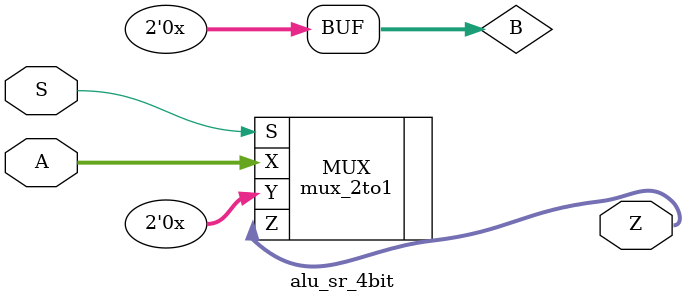
<source format=v>
`timescale 1ns / 1ps
`default_nettype none
module alu_sr_4bit(A, S, Z);

    parameter N = 2;

	//port definitions

	input wire [(N-1):0] A;
	input wire S;
    output wire [(N-1):0] Z;
    wire [(N-1):0] B;

    assign B[N-5:0] = A[N-1:4];
    assign B[N-1:N-4] = 4'b0;
    
	mux_2to1 #(.N(N)) MUX (.X(A), .Y(B), .S(S), .Z(Z));
endmodule
`default_nettype wire

</source>
